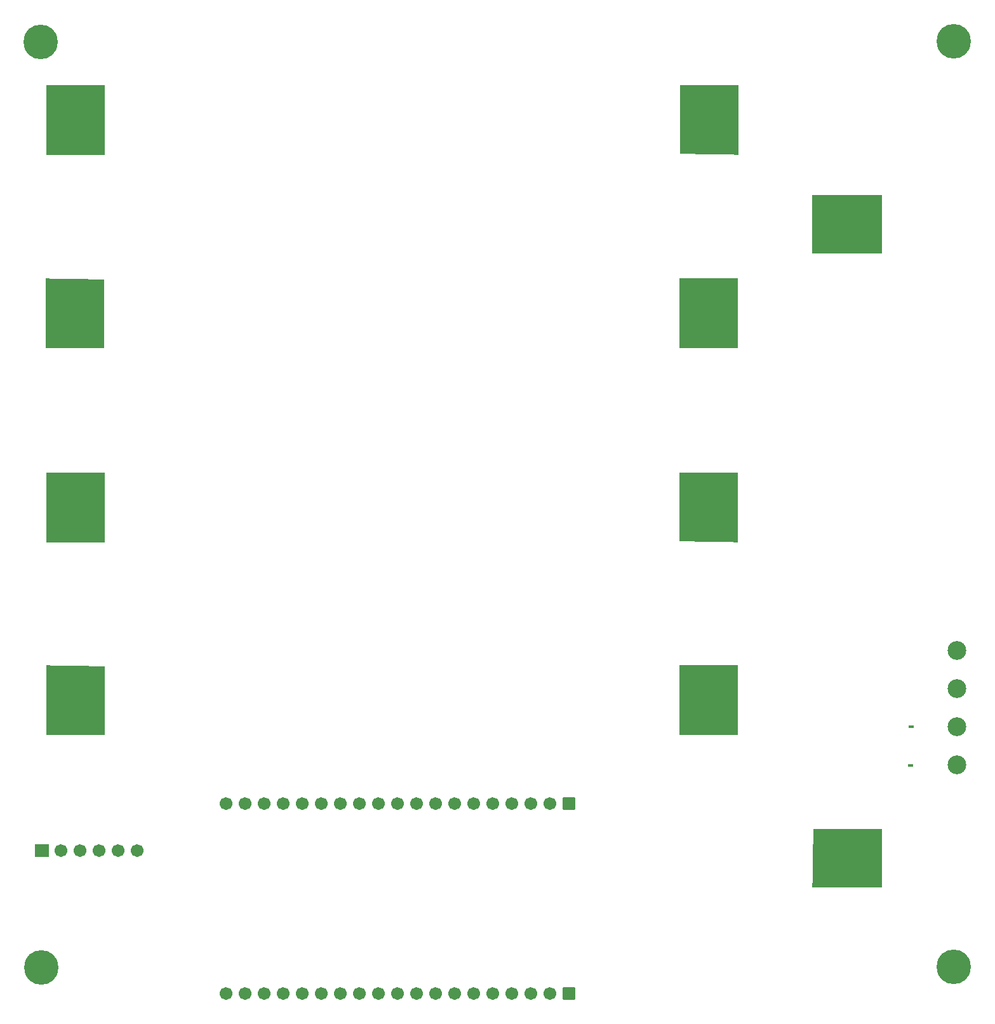
<source format=gbs>
G04 Layer: BottomSolderMaskLayer*
G04 EasyEDA v6.5.22, 2023-04-13 15:33:26*
G04 175b12f3a105431bbf95af8d835410e9,ef4dac4c239f4a7f90591e71bd1ece2f,10*
G04 Gerber Generator version 0.2*
G04 Scale: 100 percent, Rotated: No, Reflected: No *
G04 Dimensions in inches *
G04 leading zeros omitted , absolute positions ,3 integer and 6 decimal *
%FSLAX36Y36*%
%MOIN*%

%AMMACRO1*1,1,$1,$2,$3*1,1,$1,$4,$5*1,1,$1,0-$2,0-$3*1,1,$1,0-$4,0-$5*20,1,$1,$2,$3,$4,$5,0*20,1,$1,$4,$5,0-$2,0-$3,0*20,1,$1,0-$2,0-$3,0-$4,0-$5,0*20,1,$1,0-$4,0-$5,$2,$3,0*4,1,4,$2,$3,$4,$5,0-$2,0-$3,0-$4,0-$5,$2,$3,0*%
%AMMACRO2*4,1,28,-0.1525,-0.182,-0.1531,-0.1819,-0.1537,-0.1816,-0.1541,-0.1812,-0.1544,-0.1806,-0.1545,-0.18,-0.1545,-0.18,-0.1545,0.18,-0.1545,0.18,-0.1544,0.1806,-0.1541,0.1812,-0.1537,0.1816,-0.1531,0.1819,-0.1525,0.182,0.1525,0.182,0.1531,0.1819,0.1537,0.1816,0.1541,0.1812,0.1544,0.1806,0.1545,0.18,0.1545,0.18,0.1545,-0.18,0.1545,-0.18,0.1544,-0.1806,0.1541,-0.1812,0.1537,-0.1816,0.1531,-0.1819,0.1525,-0.182,-0.1525,-0.182,0*%
%AMMACRO3*4,1,30,-0.1525,-0.182,-0.1531,-0.1819,-0.1537,-0.1816,-0.1541,-0.1812,-0.1544,-0.1806,-0.1545,-0.18,-0.1545,-0.18,-0.1545,0.18,-0.1545,0.18,-0.1544,0.1806,-0.1541,0.1812,-0.1537,0.1816,-0.1531,0.1819,-0.1525,0.182,-0.1525,0.182,0.1525,0.177,0.1525,0.177,0.1531,0.1769,0.1537,0.1766,0.1541,0.1762,0.1544,0.1756,0.1545,0.175,0.1545,0.175,0.1545,-0.18,0.1545,-0.18,0.1544,-0.1806,0.1541,-0.1812,0.1537,-0.1816,0.1531,-0.1819,0.1525,-0.182,-0.1525,-0.182,0*%
%AMMACRO4*4,1,30,0.1524,-0.182,-0.1526,-0.177,-0.1525,-0.177,-0.1531,-0.1769,-0.1537,-0.1766,-0.1541,-0.1762,-0.1544,-0.1756,-0.1545,-0.175,-0.1545,-0.175,-0.1545,0.18,-0.1545,0.18,-0.1544,0.1806,-0.1541,0.1812,-0.1537,0.1816,-0.1531,0.1819,-0.1525,0.182,0.1525,0.182,0.1531,0.1819,0.1537,0.1816,0.1541,0.1812,0.1544,0.1806,0.1545,0.18,0.1545,0.18,0.1545,-0.18,0.1545,-0.18,0.1544,-0.1806,0.1541,-0.1812,0.1537,-0.1816,0.1531,-0.1819,0.1525,-0.182,0.1524,-0.182,0*%
%AMMACRO5*4,1,28,-0.18,-0.1545,-0.1806,-0.1544,-0.1812,-0.1541,-0.1816,-0.1537,-0.1819,-0.1531,-0.182,-0.1525,-0.182,-0.1525,-0.182,0.1525,-0.182,0.1525,-0.1819,0.1531,-0.1816,0.1537,-0.1812,0.1541,-0.1806,0.1544,-0.18,0.1545,0.18,0.1545,0.1806,0.1544,0.1812,0.1541,0.1816,0.1537,0.1819,0.1531,0.182,0.1525,0.182,0.1525,0.182,-0.1525,0.182,-0.1525,0.1819,-0.1531,0.1816,-0.1537,0.1812,-0.1541,0.1806,-0.1544,0.18,-0.1545,-0.18,-0.1545,0*%
%AMMACRO6*4,1,28,-0.18,-0.1545,-0.1806,-0.1544,-0.1812,-0.1541,-0.1816,-0.1537,-0.1819,-0.1531,-0.182,-0.1525,-0.182,-0.1525,-0.177,0.1525,-0.177,0.1525,-0.1769,0.1531,-0.1766,0.1537,-0.1762,0.1541,-0.1756,0.1544,-0.175,0.1545,0.18,0.1545,0.1806,0.1544,0.1812,0.1541,0.1816,0.1537,0.1819,0.1531,0.182,0.1525,0.182,0.1525,0.182,-0.1525,0.182,-0.1525,0.1819,-0.1531,0.1816,-0.1537,0.1812,-0.1541,0.1806,-0.1544,0.18,-0.1545,-0.18,-0.1545,0*%
%ADD10MACRO1,0.004X-0.01X0.006X0.01X0.006*%
%ADD11MACRO2*%
%ADD12MACRO3*%
%ADD13MACRO4*%
%ADD14MACRO5*%
%ADD15MACRO6*%
%ADD16C,0.0670*%
%ADD17MACRO1,0.004X-0.0354X0.0315X0.0354X0.0315*%
%ADD18MACRO1,0.004X0.0315X-0.0315X-0.0315X-0.0315*%
%ADD19C,0.0985*%
%ADD20C,0.1812*%

%LPD*%
D10*
G01*
X3550996Y581000D03*
G01*
X3552999Y784000D03*
D11*
G01*
X2491520Y925000D03*
D12*
G01*
X-833479Y925000D03*
D11*
G01*
X-833479Y1934000D03*
D13*
G01*
X2491520Y1934000D03*
D11*
G01*
X2490520Y2953000D03*
D12*
G01*
X-834479Y2953000D03*
D11*
G01*
X-831479Y3969000D03*
D13*
G01*
X2493520Y3969000D03*
D14*
G01*
X3218020Y3420500D03*
D15*
G01*
X3218020Y95500D03*
D16*
G01*
X-507999Y135000D03*
G01*
X-607999Y135000D03*
G01*
X-707999Y135000D03*
G01*
X-807999Y135000D03*
G01*
X-907999Y135000D03*
D17*
G01*
X-1007999Y135000D03*
D16*
G01*
X-40999Y381000D03*
G01*
X59000Y381000D03*
G01*
X159000Y381000D03*
G01*
X259000Y381000D03*
G01*
X359000Y381000D03*
G01*
X459000Y381000D03*
G01*
X559000Y381000D03*
G01*
X659000Y381000D03*
G01*
X759000Y381000D03*
G01*
X859000Y381000D03*
G01*
X959000Y381000D03*
G01*
X1059000Y381000D03*
G01*
X1159000Y381000D03*
G01*
X1259000Y381000D03*
G01*
X1359000Y381000D03*
G01*
X1459000Y381000D03*
G01*
X1559000Y381000D03*
G01*
X1659000Y381000D03*
D18*
G01*
X1758998Y380998D03*
D16*
G01*
X-40999Y-613999D03*
G01*
X59000Y-613999D03*
G01*
X159000Y-613999D03*
G01*
X259000Y-613999D03*
G01*
X359000Y-613999D03*
G01*
X459000Y-613999D03*
G01*
X559000Y-613999D03*
G01*
X659000Y-613999D03*
G01*
X759000Y-613999D03*
G01*
X859000Y-613999D03*
G01*
X959000Y-613999D03*
G01*
X1059000Y-613999D03*
G01*
X1159000Y-613999D03*
G01*
X1259000Y-613999D03*
G01*
X1359000Y-613999D03*
G01*
X1459000Y-613999D03*
G01*
X1559000Y-613999D03*
G01*
X1659000Y-613999D03*
D18*
G01*
X1759000Y-613999D03*
D19*
G01*
X3796000Y585000D03*
G01*
X3796000Y785000D03*
G01*
X3796000Y985000D03*
G01*
X3796000Y1185000D03*
D20*
G01*
X3778000Y4380000D03*
G01*
X-1013999Y4377000D03*
G01*
X-1012999Y-478999D03*
G01*
X3779000Y-476999D03*
M02*

</source>
